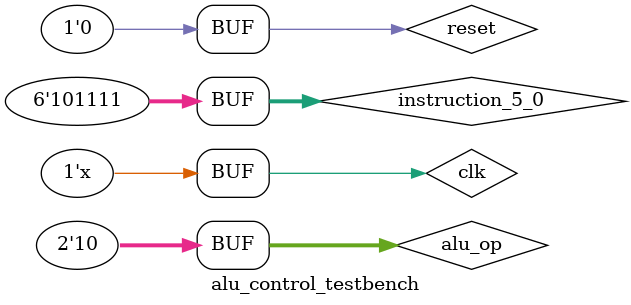
<source format=v>
`timescale 1ns / 1ps


module alu_control_testbench;

	// Inputs
	reg clk;
	reg reset;
	reg [1:0] alu_op;
	reg [5:0] instruction_5_0;

	// Outputs
	wire [3:0] alu_out;

	// Instantiate the Unit Under Test (UUT)
	alu_control uut (
		.clk(clk), 
		.reset(reset), 
		.alu_op(alu_op), 
		.instruction_5_0(instruction_5_0), 
		.alu_out(alu_out)
	);

	initial begin
		// Initialize Inputs
		clk = 0; reset = 0;
		
		alu_op = 0;
		instruction_5_0 = 0;
		#100;
		
		alu_op = 2'b00;
		instruction_5_0 = 6'b010101;
		#100; //add(0010)
        
		alu_op = 2'b01;
		instruction_5_0 = 6'b010101;
		#100; //sub
		
		alu_op = 2'b00;
		instruction_5_0 = 6'b010101;
		#100; //add

		alu_op = 2'b10;
		instruction_5_0 = 6'b100010;
		#100; //sub
		
		alu_op = 2'b10;
		instruction_5_0 = 6'b100100;
		#100; //and
		
		alu_op = 2'b10;
		instruction_5_0 = 6'b100101;
		#100; //or
		
		alu_op = 2'b10;
		instruction_5_0 = 6'b100111;
		#100; //nor
		
		alu_op = 2'b10;
		instruction_5_0 = 6'b101010;
		#100; //slt
		
		alu_op = 2'b10;
		instruction_5_0 = 6'b101111;
		#100; //not
		
		
	end
	
	always begin
		#10 clk = ~clk;
	end
      
endmodule


</source>
